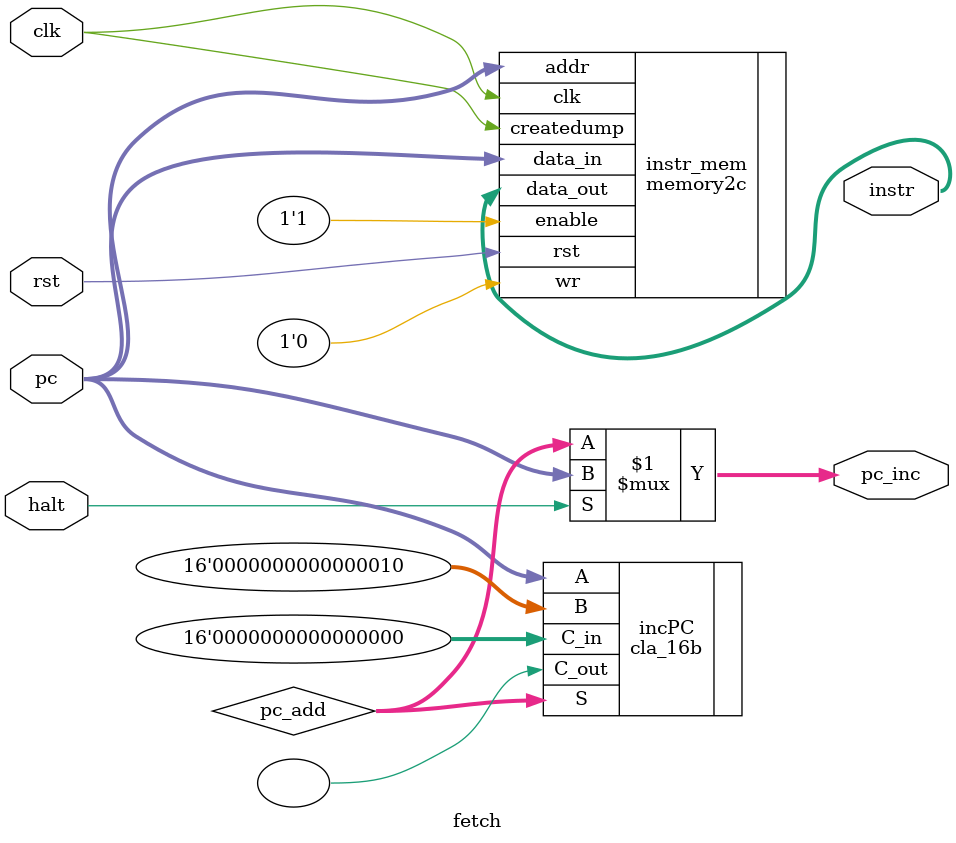
<source format=v>
/*
   CS/ECE 552 Spring '20
  
   Filename        : fetch.v
   Description     : This is the module for the overall fetch stage of the processor.
*/
module fetch (pc, clk, rst, halt, pc_inc, instr);

   input clk, rst, halt;
   input [15:0] pc;

   output [15:0] pc_inc, instr;
   wire   [15:0] pc_add;
  // Initialize memory
  // TODO: Change memory back to syn type
   memory2c instr_mem(.data_out(instr), .data_in(pc), .addr(pc), .enable(1'b1), .wr(1'b0), .createdump(clk), .clk(clk), .rst(rst) );
   
  cla_16b incPC(.A(pc), .B(16'h0002), .C_in(16'h0000), .S(pc_add), .C_out());
   
  //assign readReg1 = instr[10:8];
  //assign readReg2 = instr[7:5];
  // If lbi asserted, store into Rs.
  // If immPres, have to use higher bits for Rd
  // Else do lower bits
  //assign writeReg1 = immPres ? instr[7:5] : lbi ? instr[10:8] : instr[4:2];
  //assign writeReg1 = jumpCtl ? 3'b111 : (immPres ? immCtl ? instr[10:8] : instr[7:5] : instr[4:2]);
  
  //assign immVal = immCtl ? {{8{0}},instr[7:0]} : {{11{0}},instr[4:0]};


  // TODO: EPC, noOp
  assign pc_inc = halt ? pc : pc_add;
  //assign pc_inc = pc_add;
endmodule

</source>
